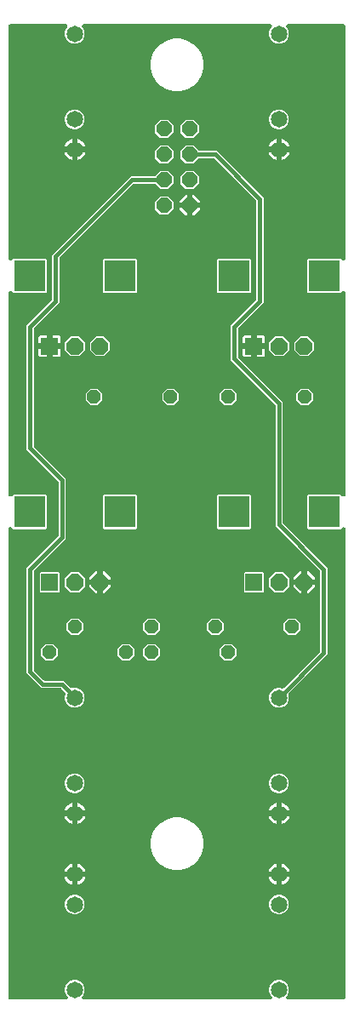
<source format=gbr>
G04 EAGLE Gerber RS-274X export*
G75*
%MOMM*%
%FSLAX34Y34*%
%LPD*%
%INBottom Copper*%
%IPPOS*%
%AMOC8*
5,1,8,0,0,1.08239X$1,22.5*%
G01*
%ADD10P,1.429621X8X22.500000*%
%ADD11C,1.650000*%
%ADD12R,1.676400X1.676400*%
%ADD13P,1.814519X8X292.500000*%
%ADD14R,3.116000X3.116000*%
%ADD15P,1.429621X8X202.500000*%
%ADD16P,1.649562X8X292.500000*%
%ADD17C,0.406400*%

G36*
X67171Y10162D02*
X67171Y10162D01*
X67180Y10161D01*
X67372Y10182D01*
X67562Y10201D01*
X67571Y10203D01*
X67580Y10204D01*
X67762Y10262D01*
X67947Y10319D01*
X67955Y10323D01*
X67964Y10326D01*
X68132Y10419D01*
X68301Y10511D01*
X68308Y10516D01*
X68316Y10521D01*
X68464Y10646D01*
X68611Y10768D01*
X68616Y10775D01*
X68623Y10781D01*
X68743Y10933D01*
X68863Y11082D01*
X68867Y11090D01*
X68873Y11097D01*
X68960Y11270D01*
X69049Y11439D01*
X69051Y11448D01*
X69055Y11456D01*
X69107Y11641D01*
X69160Y11826D01*
X69161Y11835D01*
X69163Y11844D01*
X69177Y12036D01*
X69193Y12228D01*
X69192Y12236D01*
X69192Y12245D01*
X69169Y12435D01*
X69146Y12627D01*
X69143Y12636D01*
X69142Y12645D01*
X69081Y12826D01*
X69021Y13010D01*
X69017Y13018D01*
X69014Y13026D01*
X68918Y13194D01*
X68823Y13361D01*
X68817Y13368D01*
X68813Y13375D01*
X68598Y13628D01*
X67913Y14313D01*
X66425Y17906D01*
X66425Y21794D01*
X67913Y25387D01*
X70663Y28137D01*
X74256Y29625D01*
X78144Y29625D01*
X81737Y28137D01*
X84487Y25387D01*
X85975Y21794D01*
X85975Y17906D01*
X84487Y14313D01*
X83802Y13628D01*
X83796Y13621D01*
X83789Y13616D01*
X83670Y13467D01*
X83547Y13317D01*
X83543Y13309D01*
X83537Y13302D01*
X83449Y13132D01*
X83358Y12961D01*
X83356Y12952D01*
X83351Y12945D01*
X83298Y12760D01*
X83243Y12575D01*
X83243Y12566D01*
X83240Y12558D01*
X83224Y12367D01*
X83207Y12174D01*
X83208Y12165D01*
X83207Y12156D01*
X83229Y11967D01*
X83250Y11774D01*
X83253Y11765D01*
X83254Y11757D01*
X83314Y11574D01*
X83372Y11390D01*
X83376Y11382D01*
X83379Y11374D01*
X83474Y11206D01*
X83567Y11038D01*
X83572Y11031D01*
X83577Y11023D01*
X83703Y10877D01*
X83827Y10731D01*
X83834Y10725D01*
X83840Y10718D01*
X83993Y10600D01*
X84143Y10481D01*
X84151Y10477D01*
X84158Y10472D01*
X84330Y10386D01*
X84502Y10299D01*
X84511Y10296D01*
X84519Y10292D01*
X84704Y10243D01*
X84890Y10191D01*
X84899Y10190D01*
X84907Y10188D01*
X85238Y10161D01*
X270362Y10161D01*
X270371Y10162D01*
X270380Y10161D01*
X270572Y10182D01*
X270762Y10201D01*
X270771Y10203D01*
X270780Y10204D01*
X270962Y10262D01*
X271147Y10319D01*
X271155Y10323D01*
X271164Y10326D01*
X271332Y10419D01*
X271501Y10511D01*
X271508Y10516D01*
X271516Y10521D01*
X271664Y10646D01*
X271811Y10768D01*
X271816Y10775D01*
X271823Y10781D01*
X271943Y10933D01*
X272063Y11082D01*
X272067Y11090D01*
X272073Y11097D01*
X272160Y11270D01*
X272249Y11439D01*
X272251Y11448D01*
X272255Y11456D01*
X272307Y11641D01*
X272360Y11826D01*
X272361Y11835D01*
X272363Y11844D01*
X272377Y12036D01*
X272393Y12228D01*
X272392Y12236D01*
X272392Y12245D01*
X272369Y12435D01*
X272346Y12627D01*
X272343Y12636D01*
X272342Y12645D01*
X272281Y12826D01*
X272221Y13010D01*
X272217Y13018D01*
X272214Y13026D01*
X272118Y13194D01*
X272023Y13361D01*
X272017Y13368D01*
X272013Y13375D01*
X271798Y13628D01*
X271113Y14313D01*
X269625Y17906D01*
X269625Y21794D01*
X271113Y25387D01*
X273863Y28137D01*
X277456Y29625D01*
X281344Y29625D01*
X284937Y28137D01*
X287687Y25387D01*
X289175Y21794D01*
X289175Y17906D01*
X287687Y14313D01*
X287002Y13628D01*
X286996Y13621D01*
X286989Y13616D01*
X286870Y13467D01*
X286747Y13317D01*
X286743Y13309D01*
X286737Y13302D01*
X286649Y13132D01*
X286558Y12961D01*
X286556Y12952D01*
X286551Y12945D01*
X286498Y12760D01*
X286443Y12575D01*
X286443Y12566D01*
X286440Y12558D01*
X286424Y12367D01*
X286407Y12174D01*
X286408Y12165D01*
X286407Y12156D01*
X286429Y11967D01*
X286450Y11774D01*
X286453Y11765D01*
X286454Y11757D01*
X286514Y11574D01*
X286572Y11390D01*
X286576Y11382D01*
X286579Y11374D01*
X286674Y11206D01*
X286767Y11038D01*
X286772Y11031D01*
X286777Y11023D01*
X286903Y10877D01*
X287027Y10731D01*
X287034Y10725D01*
X287040Y10718D01*
X287193Y10600D01*
X287343Y10481D01*
X287351Y10477D01*
X287358Y10472D01*
X287530Y10386D01*
X287702Y10299D01*
X287711Y10296D01*
X287719Y10292D01*
X287904Y10243D01*
X288090Y10191D01*
X288099Y10190D01*
X288107Y10188D01*
X288438Y10161D01*
X343408Y10161D01*
X343426Y10163D01*
X343444Y10161D01*
X343626Y10182D01*
X343809Y10201D01*
X343826Y10206D01*
X343843Y10208D01*
X344018Y10265D01*
X344194Y10319D01*
X344209Y10327D01*
X344226Y10333D01*
X344386Y10423D01*
X344548Y10511D01*
X344561Y10522D01*
X344577Y10531D01*
X344716Y10651D01*
X344857Y10768D01*
X344868Y10782D01*
X344882Y10794D01*
X344994Y10939D01*
X345109Y11082D01*
X345117Y11098D01*
X345128Y11112D01*
X345210Y11277D01*
X345295Y11439D01*
X345300Y11456D01*
X345308Y11472D01*
X345355Y11651D01*
X345406Y11826D01*
X345408Y11844D01*
X345412Y11861D01*
X345439Y12192D01*
X345439Y478119D01*
X345438Y478128D01*
X345439Y478137D01*
X345418Y478329D01*
X345399Y478520D01*
X345397Y478528D01*
X345396Y478537D01*
X345338Y478719D01*
X345281Y478905D01*
X345277Y478913D01*
X345274Y478921D01*
X345181Y479089D01*
X345089Y479259D01*
X345084Y479265D01*
X345079Y479273D01*
X344954Y479421D01*
X344832Y479568D01*
X344825Y479573D01*
X344819Y479580D01*
X344667Y479700D01*
X344518Y479820D01*
X344510Y479824D01*
X344503Y479830D01*
X344331Y479917D01*
X344161Y480006D01*
X344152Y480008D01*
X344144Y480012D01*
X343958Y480064D01*
X343774Y480117D01*
X343765Y480118D01*
X343756Y480120D01*
X343564Y480134D01*
X343372Y480150D01*
X343364Y480149D01*
X343355Y480150D01*
X343162Y480125D01*
X342973Y480103D01*
X342964Y480100D01*
X342955Y480099D01*
X342772Y480038D01*
X342590Y479978D01*
X342582Y479974D01*
X342574Y479971D01*
X342408Y479876D01*
X342239Y479780D01*
X342232Y479775D01*
X342225Y479770D01*
X341972Y479555D01*
X340612Y478195D01*
X308188Y478195D01*
X307295Y479088D01*
X307295Y511512D01*
X308188Y512405D01*
X340612Y512405D01*
X341972Y511045D01*
X341979Y511039D01*
X341984Y511032D01*
X342134Y510912D01*
X342283Y510790D01*
X342291Y510785D01*
X342298Y510780D01*
X342468Y510691D01*
X342639Y510601D01*
X342648Y510598D01*
X342655Y510594D01*
X342840Y510541D01*
X343025Y510486D01*
X343034Y510485D01*
X343042Y510483D01*
X343233Y510467D01*
X343426Y510450D01*
X343435Y510451D01*
X343444Y510450D01*
X343633Y510472D01*
X343826Y510493D01*
X343835Y510496D01*
X343843Y510497D01*
X344025Y510556D01*
X344210Y510615D01*
X344218Y510619D01*
X344226Y510622D01*
X344393Y510716D01*
X344562Y510809D01*
X344569Y510815D01*
X344577Y510820D01*
X344722Y510945D01*
X344869Y511070D01*
X344875Y511077D01*
X344882Y511083D01*
X344998Y511233D01*
X345119Y511386D01*
X345123Y511394D01*
X345128Y511401D01*
X345214Y511572D01*
X345301Y511745D01*
X345304Y511753D01*
X345308Y511761D01*
X345358Y511947D01*
X345409Y512133D01*
X345410Y512142D01*
X345412Y512150D01*
X345439Y512481D01*
X345439Y713069D01*
X345438Y713078D01*
X345439Y713087D01*
X345418Y713279D01*
X345399Y713470D01*
X345397Y713478D01*
X345396Y713487D01*
X345338Y713669D01*
X345281Y713855D01*
X345277Y713863D01*
X345274Y713871D01*
X345181Y714039D01*
X345089Y714209D01*
X345084Y714215D01*
X345079Y714223D01*
X344954Y714371D01*
X344832Y714518D01*
X344825Y714523D01*
X344819Y714530D01*
X344667Y714650D01*
X344518Y714770D01*
X344510Y714774D01*
X344503Y714780D01*
X344331Y714867D01*
X344161Y714956D01*
X344152Y714958D01*
X344144Y714962D01*
X343958Y715014D01*
X343774Y715067D01*
X343765Y715068D01*
X343756Y715070D01*
X343564Y715084D01*
X343372Y715100D01*
X343364Y715099D01*
X343355Y715100D01*
X343162Y715075D01*
X342973Y715053D01*
X342964Y715050D01*
X342955Y715049D01*
X342772Y714988D01*
X342590Y714928D01*
X342582Y714924D01*
X342574Y714921D01*
X342408Y714826D01*
X342239Y714730D01*
X342232Y714725D01*
X342225Y714720D01*
X341972Y714505D01*
X340612Y713145D01*
X308188Y713145D01*
X307295Y714038D01*
X307295Y746462D01*
X308188Y747355D01*
X340612Y747355D01*
X341972Y745995D01*
X341979Y745989D01*
X341984Y745982D01*
X342134Y745862D01*
X342283Y745740D01*
X342291Y745735D01*
X342298Y745730D01*
X342468Y745641D01*
X342639Y745551D01*
X342648Y745548D01*
X342655Y745544D01*
X342840Y745491D01*
X343025Y745436D01*
X343034Y745435D01*
X343042Y745433D01*
X343233Y745417D01*
X343426Y745400D01*
X343435Y745401D01*
X343444Y745400D01*
X343633Y745422D01*
X343826Y745443D01*
X343835Y745446D01*
X343843Y745447D01*
X344025Y745506D01*
X344210Y745565D01*
X344218Y745569D01*
X344226Y745572D01*
X344393Y745666D01*
X344562Y745759D01*
X344569Y745765D01*
X344577Y745770D01*
X344722Y745895D01*
X344869Y746020D01*
X344875Y746027D01*
X344882Y746033D01*
X344998Y746183D01*
X345119Y746336D01*
X345123Y746344D01*
X345128Y746351D01*
X345214Y746522D01*
X345301Y746695D01*
X345304Y746703D01*
X345308Y746711D01*
X345357Y746897D01*
X345409Y747083D01*
X345410Y747092D01*
X345412Y747100D01*
X345439Y747431D01*
X345439Y978405D01*
X345437Y978423D01*
X345439Y978441D01*
X345417Y978623D01*
X345399Y978805D01*
X345394Y978823D01*
X345392Y978841D01*
X345335Y979014D01*
X345281Y979190D01*
X345273Y979206D01*
X345267Y979223D01*
X345177Y979383D01*
X345089Y979544D01*
X345078Y979558D01*
X345069Y979574D01*
X344949Y979712D01*
X344832Y979853D01*
X344818Y979865D01*
X344806Y979879D01*
X344661Y979991D01*
X344518Y980106D01*
X344502Y980114D01*
X344488Y980125D01*
X344323Y980207D01*
X344161Y980291D01*
X344143Y980296D01*
X344127Y980304D01*
X343950Y980352D01*
X343774Y980403D01*
X343756Y980404D01*
X343738Y980409D01*
X343407Y980436D01*
X288456Y980420D01*
X288448Y980420D01*
X288439Y980420D01*
X288248Y980400D01*
X288056Y980380D01*
X288047Y980378D01*
X288039Y980377D01*
X287858Y980320D01*
X287671Y980262D01*
X287663Y980258D01*
X287655Y980255D01*
X287487Y980162D01*
X287317Y980070D01*
X287310Y980065D01*
X287303Y980061D01*
X287155Y979935D01*
X287008Y979812D01*
X287002Y979806D01*
X286996Y979800D01*
X286875Y979647D01*
X286756Y979499D01*
X286752Y979491D01*
X286746Y979484D01*
X286658Y979311D01*
X286570Y979141D01*
X286568Y979133D01*
X286564Y979125D01*
X286512Y978939D01*
X286459Y978754D01*
X286458Y978746D01*
X286456Y978737D01*
X286442Y978545D01*
X286426Y978353D01*
X286427Y978344D01*
X286426Y978336D01*
X286451Y978145D01*
X286473Y977953D01*
X286476Y977945D01*
X286477Y977936D01*
X286538Y977754D01*
X286598Y977570D01*
X286602Y977563D01*
X286605Y977555D01*
X286702Y977386D01*
X286796Y977220D01*
X286802Y977213D01*
X286806Y977206D01*
X287021Y976953D01*
X287687Y976287D01*
X289175Y972694D01*
X289175Y968806D01*
X287687Y965213D01*
X284937Y962463D01*
X281344Y960975D01*
X277456Y960975D01*
X273863Y962463D01*
X271113Y965213D01*
X269625Y968806D01*
X269625Y972694D01*
X271113Y976287D01*
X271774Y976948D01*
X271780Y976955D01*
X271787Y976961D01*
X271906Y977109D01*
X272029Y977259D01*
X272034Y977267D01*
X272039Y977275D01*
X272127Y977444D01*
X272218Y977615D01*
X272221Y977624D01*
X272225Y977632D01*
X272278Y977816D01*
X272333Y978001D01*
X272334Y978010D01*
X272336Y978019D01*
X272352Y978209D01*
X272369Y978402D01*
X272368Y978411D01*
X272369Y978420D01*
X272346Y978610D01*
X272326Y978802D01*
X272323Y978811D01*
X272322Y978820D01*
X272262Y979002D01*
X272204Y979186D01*
X272200Y979194D01*
X272197Y979203D01*
X272103Y979369D01*
X272009Y979538D01*
X272003Y979545D01*
X271999Y979553D01*
X271874Y979698D01*
X271749Y979845D01*
X271742Y979851D01*
X271736Y979858D01*
X271583Y979976D01*
X271433Y980095D01*
X271425Y980099D01*
X271417Y980105D01*
X271246Y980190D01*
X271074Y980277D01*
X271065Y980280D01*
X271057Y980284D01*
X270872Y980333D01*
X270686Y980385D01*
X270677Y980386D01*
X270668Y980388D01*
X270337Y980415D01*
X85314Y980363D01*
X85305Y980362D01*
X85296Y980363D01*
X85105Y980342D01*
X84913Y980323D01*
X84905Y980321D01*
X84896Y980320D01*
X84714Y980262D01*
X84528Y980205D01*
X84520Y980201D01*
X84512Y980198D01*
X84343Y980105D01*
X84174Y980013D01*
X84168Y980008D01*
X84160Y980003D01*
X84012Y979878D01*
X83865Y979755D01*
X83860Y979749D01*
X83853Y979743D01*
X83732Y979590D01*
X83613Y979441D01*
X83609Y979434D01*
X83603Y979427D01*
X83515Y979254D01*
X83427Y979084D01*
X83425Y979076D01*
X83421Y979068D01*
X83369Y978880D01*
X83316Y978697D01*
X83315Y978689D01*
X83313Y978680D01*
X83299Y978487D01*
X83283Y978296D01*
X83284Y978287D01*
X83284Y978279D01*
X83308Y978088D01*
X83330Y977896D01*
X83333Y977888D01*
X83334Y977879D01*
X83396Y977696D01*
X83455Y977513D01*
X83459Y977506D01*
X83462Y977498D01*
X83559Y977329D01*
X83653Y977163D01*
X83659Y977156D01*
X83663Y977149D01*
X83878Y976896D01*
X84487Y976287D01*
X85975Y972694D01*
X85975Y968806D01*
X84487Y965213D01*
X81737Y962463D01*
X78144Y960975D01*
X74256Y960975D01*
X70663Y962463D01*
X67913Y965213D01*
X66425Y968806D01*
X66425Y972694D01*
X67913Y976287D01*
X68517Y976891D01*
X68523Y976898D01*
X68530Y976904D01*
X68649Y977052D01*
X68772Y977202D01*
X68777Y977210D01*
X68782Y977217D01*
X68870Y977386D01*
X68961Y977558D01*
X68963Y977567D01*
X68968Y977575D01*
X69020Y977758D01*
X69076Y977944D01*
X69076Y977953D01*
X69079Y977962D01*
X69094Y978152D01*
X69112Y978345D01*
X69111Y978354D01*
X69112Y978363D01*
X69089Y978553D01*
X69069Y978745D01*
X69066Y978754D01*
X69065Y978763D01*
X69005Y978945D01*
X68947Y979129D01*
X68943Y979137D01*
X68940Y979146D01*
X68845Y979313D01*
X68752Y979481D01*
X68746Y979488D01*
X68742Y979496D01*
X68616Y979642D01*
X68492Y979788D01*
X68484Y979794D01*
X68478Y979801D01*
X68326Y979919D01*
X68176Y980038D01*
X68168Y980042D01*
X68160Y980048D01*
X67988Y980133D01*
X67817Y980220D01*
X67808Y980223D01*
X67800Y980227D01*
X67614Y980277D01*
X67429Y980328D01*
X67420Y980329D01*
X67411Y980331D01*
X67080Y980358D01*
X12191Y980343D01*
X12174Y980341D01*
X12156Y980342D01*
X11974Y980321D01*
X11791Y980303D01*
X11774Y980298D01*
X11757Y980295D01*
X11582Y980239D01*
X11406Y980184D01*
X11390Y980176D01*
X11374Y980171D01*
X11214Y980080D01*
X11052Y979993D01*
X11038Y979981D01*
X11023Y979973D01*
X10884Y979852D01*
X10743Y979735D01*
X10732Y979721D01*
X10718Y979710D01*
X10606Y979564D01*
X10491Y979421D01*
X10482Y979405D01*
X10472Y979391D01*
X10390Y979226D01*
X10305Y979064D01*
X10300Y979047D01*
X10292Y979031D01*
X10244Y978852D01*
X10194Y978677D01*
X10192Y978659D01*
X10188Y978642D01*
X10161Y978311D01*
X10161Y747431D01*
X10162Y747422D01*
X10161Y747413D01*
X10182Y747221D01*
X10201Y747030D01*
X10203Y747022D01*
X10204Y747013D01*
X10262Y746831D01*
X10319Y746645D01*
X10323Y746637D01*
X10326Y746629D01*
X10419Y746461D01*
X10511Y746291D01*
X10516Y746285D01*
X10521Y746277D01*
X10646Y746129D01*
X10768Y745982D01*
X10775Y745977D01*
X10781Y745970D01*
X10933Y745850D01*
X11082Y745730D01*
X11090Y745726D01*
X11097Y745720D01*
X11269Y745633D01*
X11439Y745544D01*
X11448Y745542D01*
X11456Y745538D01*
X11642Y745486D01*
X11826Y745433D01*
X11835Y745432D01*
X11844Y745430D01*
X12036Y745416D01*
X12228Y745400D01*
X12236Y745401D01*
X12245Y745400D01*
X12438Y745425D01*
X12627Y745447D01*
X12636Y745450D01*
X12645Y745451D01*
X12828Y745512D01*
X13010Y745572D01*
X13018Y745576D01*
X13026Y745579D01*
X13192Y745674D01*
X13361Y745770D01*
X13368Y745775D01*
X13375Y745780D01*
X13628Y745995D01*
X14988Y747355D01*
X47412Y747355D01*
X48305Y746462D01*
X48305Y714038D01*
X47412Y713145D01*
X14988Y713145D01*
X13628Y714505D01*
X13621Y714511D01*
X13616Y714518D01*
X13466Y714638D01*
X13317Y714760D01*
X13309Y714765D01*
X13302Y714770D01*
X13132Y714859D01*
X12961Y714949D01*
X12952Y714952D01*
X12945Y714956D01*
X12760Y715009D01*
X12575Y715064D01*
X12566Y715065D01*
X12558Y715067D01*
X12367Y715083D01*
X12174Y715100D01*
X12165Y715099D01*
X12156Y715100D01*
X11967Y715078D01*
X11774Y715057D01*
X11765Y715054D01*
X11757Y715053D01*
X11575Y714994D01*
X11390Y714935D01*
X11382Y714931D01*
X11374Y714928D01*
X11207Y714834D01*
X11038Y714741D01*
X11031Y714735D01*
X11023Y714730D01*
X10878Y714605D01*
X10731Y714480D01*
X10725Y714473D01*
X10718Y714467D01*
X10602Y714317D01*
X10481Y714164D01*
X10477Y714156D01*
X10472Y714149D01*
X10386Y713978D01*
X10299Y713805D01*
X10296Y713797D01*
X10292Y713789D01*
X10242Y713603D01*
X10191Y713417D01*
X10190Y713408D01*
X10188Y713400D01*
X10161Y713069D01*
X10161Y512481D01*
X10162Y512472D01*
X10161Y512463D01*
X10182Y512271D01*
X10201Y512080D01*
X10203Y512072D01*
X10204Y512063D01*
X10262Y511879D01*
X10319Y511695D01*
X10323Y511687D01*
X10326Y511679D01*
X10419Y511511D01*
X10511Y511341D01*
X10516Y511335D01*
X10521Y511327D01*
X10646Y511179D01*
X10768Y511032D01*
X10775Y511027D01*
X10781Y511020D01*
X10933Y510900D01*
X11082Y510780D01*
X11090Y510776D01*
X11097Y510770D01*
X11269Y510683D01*
X11439Y510594D01*
X11448Y510592D01*
X11456Y510588D01*
X11642Y510536D01*
X11826Y510483D01*
X11835Y510482D01*
X11844Y510480D01*
X12036Y510466D01*
X12228Y510450D01*
X12236Y510451D01*
X12245Y510450D01*
X12438Y510475D01*
X12627Y510497D01*
X12636Y510500D01*
X12645Y510501D01*
X12828Y510562D01*
X13010Y510622D01*
X13018Y510626D01*
X13026Y510629D01*
X13192Y510724D01*
X13361Y510820D01*
X13368Y510825D01*
X13375Y510830D01*
X13628Y511045D01*
X14988Y512405D01*
X47412Y512405D01*
X48305Y511512D01*
X48305Y479088D01*
X47412Y478195D01*
X14988Y478195D01*
X13628Y479555D01*
X13621Y479561D01*
X13616Y479568D01*
X13466Y479688D01*
X13317Y479810D01*
X13309Y479815D01*
X13302Y479820D01*
X13132Y479909D01*
X12961Y479999D01*
X12952Y480002D01*
X12945Y480006D01*
X12760Y480059D01*
X12575Y480114D01*
X12566Y480115D01*
X12558Y480117D01*
X12367Y480133D01*
X12174Y480150D01*
X12165Y480149D01*
X12156Y480150D01*
X11967Y480128D01*
X11774Y480107D01*
X11765Y480104D01*
X11757Y480103D01*
X11575Y480044D01*
X11390Y479985D01*
X11382Y479981D01*
X11374Y479978D01*
X11207Y479884D01*
X11038Y479791D01*
X11031Y479785D01*
X11023Y479780D01*
X10878Y479655D01*
X10731Y479530D01*
X10725Y479523D01*
X10718Y479517D01*
X10602Y479367D01*
X10481Y479214D01*
X10477Y479206D01*
X10472Y479199D01*
X10386Y479028D01*
X10299Y478855D01*
X10296Y478847D01*
X10292Y478839D01*
X10242Y478653D01*
X10191Y478467D01*
X10190Y478458D01*
X10188Y478450D01*
X10161Y478119D01*
X10161Y12192D01*
X10163Y12174D01*
X10161Y12156D01*
X10182Y11974D01*
X10201Y11791D01*
X10206Y11774D01*
X10208Y11757D01*
X10265Y11582D01*
X10319Y11406D01*
X10327Y11391D01*
X10333Y11374D01*
X10423Y11214D01*
X10511Y11052D01*
X10522Y11039D01*
X10531Y11023D01*
X10651Y10884D01*
X10768Y10743D01*
X10782Y10732D01*
X10794Y10718D01*
X10939Y10606D01*
X11082Y10491D01*
X11098Y10483D01*
X11112Y10472D01*
X11277Y10390D01*
X11439Y10305D01*
X11456Y10300D01*
X11472Y10292D01*
X11651Y10245D01*
X11826Y10194D01*
X11844Y10192D01*
X11861Y10188D01*
X12192Y10161D01*
X67162Y10161D01*
X67171Y10162D01*
G37*
%LPC*%
G36*
X277456Y300575D02*
X277456Y300575D01*
X273863Y302063D01*
X271113Y304813D01*
X269625Y308406D01*
X269625Y312294D01*
X271113Y315887D01*
X273863Y318637D01*
X274906Y319069D01*
X277456Y320125D01*
X281344Y320125D01*
X282071Y319824D01*
X282092Y319817D01*
X282112Y319807D01*
X282285Y319759D01*
X282456Y319707D01*
X282478Y319705D01*
X282500Y319699D01*
X282680Y319686D01*
X282857Y319669D01*
X282879Y319672D01*
X282901Y319670D01*
X283079Y319692D01*
X283257Y319711D01*
X283279Y319718D01*
X283301Y319720D01*
X283470Y319777D01*
X283642Y319831D01*
X283661Y319841D01*
X283682Y319849D01*
X283838Y319938D01*
X283995Y320024D01*
X284012Y320038D01*
X284031Y320050D01*
X284284Y320264D01*
X319698Y355678D01*
X319715Y355699D01*
X319736Y355717D01*
X319843Y355854D01*
X319953Y355990D01*
X319966Y356013D01*
X319982Y356035D01*
X320060Y356192D01*
X320142Y356346D01*
X320150Y356371D01*
X320162Y356395D01*
X320207Y356565D01*
X320257Y356731D01*
X320259Y356758D01*
X320266Y356784D01*
X320293Y357115D01*
X320293Y435835D01*
X320291Y435862D01*
X320293Y435889D01*
X320271Y436063D01*
X320253Y436236D01*
X320246Y436261D01*
X320242Y436288D01*
X320187Y436454D01*
X320135Y436621D01*
X320122Y436644D01*
X320114Y436670D01*
X320027Y436821D01*
X319943Y436975D01*
X319926Y436995D01*
X319913Y437019D01*
X319698Y437272D01*
X275843Y481127D01*
X275843Y600935D01*
X275841Y600962D01*
X275843Y600989D01*
X275821Y601163D01*
X275803Y601336D01*
X275796Y601361D01*
X275792Y601388D01*
X275737Y601554D01*
X275685Y601721D01*
X275672Y601744D01*
X275664Y601770D01*
X275577Y601921D01*
X275493Y602075D01*
X275476Y602095D01*
X275463Y602119D01*
X275248Y602372D01*
X231393Y646227D01*
X231393Y680923D01*
X256198Y705728D01*
X256215Y705749D01*
X256236Y705767D01*
X256343Y705904D01*
X256453Y706040D01*
X256466Y706063D01*
X256482Y706085D01*
X256560Y706242D01*
X256642Y706396D01*
X256650Y706421D01*
X256662Y706445D01*
X256707Y706615D01*
X256757Y706781D01*
X256759Y706808D01*
X256766Y706834D01*
X256793Y707165D01*
X256793Y804135D01*
X256791Y804162D01*
X256793Y804189D01*
X256771Y804363D01*
X256753Y804536D01*
X256746Y804561D01*
X256742Y804588D01*
X256687Y804754D01*
X256635Y804921D01*
X256622Y804944D01*
X256614Y804970D01*
X256527Y805121D01*
X256443Y805275D01*
X256426Y805295D01*
X256413Y805319D01*
X256198Y805572D01*
X215022Y846748D01*
X215001Y846765D01*
X214983Y846786D01*
X214846Y846893D01*
X214710Y847003D01*
X214687Y847016D01*
X214665Y847032D01*
X214508Y847110D01*
X214354Y847192D01*
X214329Y847200D01*
X214305Y847212D01*
X214135Y847257D01*
X213969Y847307D01*
X213942Y847309D01*
X213916Y847316D01*
X213585Y847343D01*
X200717Y847343D01*
X200691Y847341D01*
X200664Y847343D01*
X200490Y847321D01*
X200317Y847303D01*
X200291Y847296D01*
X200264Y847292D01*
X200099Y847237D01*
X199932Y847185D01*
X199908Y847172D01*
X199883Y847164D01*
X199731Y847077D01*
X199578Y846993D01*
X199557Y846976D01*
X199534Y846963D01*
X199281Y846748D01*
X194288Y841755D01*
X186712Y841755D01*
X181355Y847112D01*
X181355Y854688D01*
X186712Y860045D01*
X194288Y860045D01*
X199281Y855052D01*
X199302Y855035D01*
X199319Y855014D01*
X199457Y854907D01*
X199592Y854797D01*
X199616Y854784D01*
X199637Y854768D01*
X199794Y854690D01*
X199948Y854608D01*
X199974Y854600D01*
X199998Y854588D01*
X200167Y854543D01*
X200334Y854493D01*
X200361Y854491D01*
X200387Y854484D01*
X200717Y854457D01*
X217373Y854457D01*
X263907Y807923D01*
X263907Y703377D01*
X239102Y678572D01*
X239085Y678551D01*
X239064Y678533D01*
X238957Y678396D01*
X238847Y678260D01*
X238834Y678237D01*
X238818Y678215D01*
X238740Y678058D01*
X238658Y677904D01*
X238650Y677879D01*
X238638Y677855D01*
X238593Y677685D01*
X238543Y677519D01*
X238541Y677492D01*
X238534Y677466D01*
X238507Y677135D01*
X238507Y650015D01*
X238509Y649988D01*
X238507Y649961D01*
X238529Y649787D01*
X238547Y649614D01*
X238554Y649589D01*
X238558Y649562D01*
X238613Y649396D01*
X238665Y649229D01*
X238678Y649206D01*
X238686Y649180D01*
X238773Y649029D01*
X238857Y648875D01*
X238874Y648855D01*
X238887Y648831D01*
X239102Y648578D01*
X282957Y604723D01*
X282957Y484915D01*
X282959Y484888D01*
X282957Y484861D01*
X282979Y484687D01*
X282997Y484514D01*
X283004Y484489D01*
X283008Y484462D01*
X283063Y484296D01*
X283115Y484129D01*
X283128Y484106D01*
X283136Y484080D01*
X283223Y483929D01*
X283307Y483775D01*
X283324Y483755D01*
X283337Y483731D01*
X283552Y483478D01*
X327407Y439623D01*
X327407Y353327D01*
X324728Y350648D01*
X289314Y315234D01*
X289300Y315217D01*
X289283Y315202D01*
X289173Y315061D01*
X289059Y314923D01*
X289049Y314903D01*
X289035Y314885D01*
X288954Y314725D01*
X288871Y314567D01*
X288864Y314546D01*
X288854Y314526D01*
X288807Y314352D01*
X288756Y314181D01*
X288754Y314159D01*
X288748Y314137D01*
X288736Y313959D01*
X288719Y313780D01*
X288722Y313758D01*
X288720Y313736D01*
X288743Y313559D01*
X288763Y313380D01*
X288769Y313359D01*
X288772Y313336D01*
X288874Y313021D01*
X289175Y312294D01*
X289175Y308406D01*
X287687Y304813D01*
X284937Y302063D01*
X281344Y300575D01*
X277456Y300575D01*
G37*
%LPD*%
%LPC*%
G36*
X74256Y300575D02*
X74256Y300575D01*
X70663Y302063D01*
X67913Y304813D01*
X66425Y308406D01*
X66425Y312294D01*
X66960Y313586D01*
X66967Y313608D01*
X66977Y313628D01*
X67025Y313800D01*
X67077Y313972D01*
X67079Y313994D01*
X67085Y314015D01*
X67098Y314195D01*
X67115Y314372D01*
X67113Y314395D01*
X67114Y314417D01*
X67092Y314595D01*
X67073Y314773D01*
X67067Y314794D01*
X67064Y314816D01*
X67007Y314986D01*
X66954Y315157D01*
X66943Y315177D01*
X66936Y315198D01*
X66846Y315353D01*
X66760Y315511D01*
X66746Y315528D01*
X66735Y315547D01*
X66520Y315800D01*
X62622Y319698D01*
X62601Y319715D01*
X62583Y319736D01*
X62446Y319842D01*
X62310Y319953D01*
X62286Y319966D01*
X62265Y319982D01*
X62109Y320060D01*
X61954Y320142D01*
X61929Y320150D01*
X61905Y320162D01*
X61736Y320207D01*
X61569Y320257D01*
X61542Y320259D01*
X61516Y320266D01*
X61185Y320293D01*
X42977Y320293D01*
X28193Y335077D01*
X28193Y439623D01*
X59348Y470778D01*
X59365Y470799D01*
X59386Y470817D01*
X59493Y470954D01*
X59603Y471090D01*
X59616Y471113D01*
X59632Y471135D01*
X59710Y471292D01*
X59792Y471446D01*
X59800Y471471D01*
X59812Y471495D01*
X59857Y471665D01*
X59907Y471831D01*
X59909Y471858D01*
X59916Y471884D01*
X59943Y472215D01*
X59943Y524735D01*
X59941Y524762D01*
X59943Y524789D01*
X59921Y524963D01*
X59903Y525136D01*
X59896Y525161D01*
X59892Y525188D01*
X59837Y525354D01*
X59785Y525521D01*
X59772Y525544D01*
X59764Y525570D01*
X59677Y525721D01*
X59593Y525875D01*
X59576Y525895D01*
X59563Y525919D01*
X59348Y526172D01*
X28193Y557327D01*
X28193Y680923D01*
X30871Y683601D01*
X30872Y683602D01*
X52998Y705728D01*
X53015Y705749D01*
X53036Y705766D01*
X53143Y705904D01*
X53253Y706040D01*
X53266Y706063D01*
X53282Y706085D01*
X53360Y706242D01*
X53442Y706396D01*
X53450Y706421D01*
X53462Y706445D01*
X53507Y706615D01*
X53557Y706781D01*
X53559Y706808D01*
X53566Y706834D01*
X53593Y707165D01*
X53593Y750773D01*
X131877Y829057D01*
X154883Y829057D01*
X154909Y829059D01*
X154936Y829057D01*
X155110Y829079D01*
X155283Y829097D01*
X155309Y829104D01*
X155336Y829108D01*
X155501Y829163D01*
X155668Y829215D01*
X155692Y829228D01*
X155717Y829236D01*
X155869Y829323D01*
X156022Y829407D01*
X156043Y829424D01*
X156066Y829437D01*
X156319Y829652D01*
X161312Y834645D01*
X168888Y834645D01*
X174245Y829288D01*
X174245Y821712D01*
X168888Y816355D01*
X161312Y816355D01*
X156319Y821348D01*
X156298Y821365D01*
X156281Y821386D01*
X156143Y821493D01*
X156008Y821603D01*
X155984Y821616D01*
X155963Y821632D01*
X155806Y821710D01*
X155652Y821792D01*
X155626Y821800D01*
X155602Y821812D01*
X155433Y821857D01*
X155266Y821907D01*
X155239Y821909D01*
X155213Y821916D01*
X154883Y821943D01*
X135665Y821943D01*
X135638Y821941D01*
X135611Y821943D01*
X135437Y821921D01*
X135264Y821903D01*
X135239Y821896D01*
X135212Y821892D01*
X135046Y821837D01*
X134879Y821785D01*
X134856Y821772D01*
X134830Y821764D01*
X134679Y821677D01*
X134525Y821593D01*
X134505Y821576D01*
X134481Y821563D01*
X134228Y821348D01*
X61302Y748422D01*
X61285Y748401D01*
X61264Y748383D01*
X61157Y748246D01*
X61047Y748110D01*
X61034Y748087D01*
X61018Y748065D01*
X60940Y747908D01*
X60858Y747754D01*
X60850Y747729D01*
X60838Y747705D01*
X60793Y747535D01*
X60743Y747369D01*
X60741Y747342D01*
X60734Y747316D01*
X60707Y746985D01*
X60707Y703377D01*
X58029Y700699D01*
X58028Y700698D01*
X35902Y678572D01*
X35885Y678551D01*
X35864Y678534D01*
X35757Y678396D01*
X35647Y678260D01*
X35634Y678237D01*
X35618Y678215D01*
X35540Y678058D01*
X35458Y677904D01*
X35450Y677879D01*
X35438Y677855D01*
X35393Y677685D01*
X35343Y677519D01*
X35341Y677492D01*
X35334Y677466D01*
X35307Y677135D01*
X35307Y561115D01*
X35309Y561088D01*
X35307Y561061D01*
X35329Y560887D01*
X35347Y560714D01*
X35354Y560689D01*
X35358Y560662D01*
X35413Y560496D01*
X35465Y560329D01*
X35478Y560306D01*
X35486Y560280D01*
X35573Y560129D01*
X35657Y559975D01*
X35674Y559955D01*
X35687Y559931D01*
X35902Y559678D01*
X67057Y528523D01*
X67057Y468427D01*
X35902Y437272D01*
X35885Y437251D01*
X35864Y437233D01*
X35757Y437096D01*
X35647Y436960D01*
X35634Y436937D01*
X35618Y436915D01*
X35540Y436758D01*
X35458Y436604D01*
X35450Y436579D01*
X35438Y436555D01*
X35393Y436385D01*
X35343Y436219D01*
X35341Y436192D01*
X35334Y436166D01*
X35307Y435835D01*
X35307Y338865D01*
X35309Y338838D01*
X35307Y338811D01*
X35329Y338637D01*
X35347Y338464D01*
X35354Y338439D01*
X35358Y338412D01*
X35413Y338246D01*
X35465Y338079D01*
X35478Y338056D01*
X35486Y338030D01*
X35573Y337879D01*
X35657Y337725D01*
X35674Y337705D01*
X35687Y337681D01*
X35902Y337428D01*
X45328Y328002D01*
X45349Y327985D01*
X45367Y327964D01*
X45504Y327857D01*
X45640Y327747D01*
X45663Y327734D01*
X45685Y327718D01*
X45842Y327640D01*
X45996Y327558D01*
X46021Y327550D01*
X46045Y327538D01*
X46215Y327493D01*
X46381Y327443D01*
X46408Y327441D01*
X46434Y327434D01*
X46765Y327407D01*
X64973Y327407D01*
X67652Y324728D01*
X70864Y321516D01*
X70875Y321507D01*
X70881Y321500D01*
X70931Y321461D01*
X70994Y321410D01*
X71120Y321299D01*
X71149Y321282D01*
X71175Y321261D01*
X71324Y321182D01*
X71350Y321168D01*
X71848Y320606D01*
X71909Y320551D01*
X71962Y320488D01*
X72056Y320414D01*
X72144Y320333D01*
X72214Y320290D01*
X72279Y320240D01*
X72386Y320186D01*
X72488Y320124D01*
X72565Y320096D01*
X72639Y320059D01*
X72754Y320027D01*
X72866Y319987D01*
X72948Y319974D01*
X73027Y319952D01*
X73146Y319944D01*
X73264Y319927D01*
X73347Y319931D01*
X73429Y319925D01*
X73547Y319940D01*
X73667Y319946D01*
X73747Y319966D01*
X73828Y319977D01*
X73973Y320024D01*
X74057Y320045D01*
X74094Y320062D01*
X74144Y320079D01*
X74256Y320125D01*
X78144Y320125D01*
X81737Y318637D01*
X84487Y315887D01*
X85975Y312294D01*
X85975Y308406D01*
X84487Y304813D01*
X81737Y302063D01*
X78144Y300575D01*
X74256Y300575D01*
G37*
%LPD*%
%LPC*%
G36*
X174356Y913637D02*
X174356Y913637D01*
X167702Y915420D01*
X161736Y918865D01*
X156865Y923736D01*
X153420Y929702D01*
X151637Y936356D01*
X151637Y943244D01*
X153420Y949898D01*
X156865Y955864D01*
X161736Y960735D01*
X167702Y964180D01*
X174356Y965963D01*
X181244Y965963D01*
X187898Y964180D01*
X193864Y960735D01*
X198735Y955864D01*
X202180Y949898D01*
X203963Y943244D01*
X203963Y936356D01*
X202180Y929702D01*
X198735Y923736D01*
X193864Y918865D01*
X187898Y915420D01*
X181244Y913637D01*
X174356Y913637D01*
G37*
%LPD*%
%LPC*%
G36*
X174356Y138937D02*
X174356Y138937D01*
X167702Y140720D01*
X161736Y144165D01*
X156865Y149036D01*
X153420Y155002D01*
X151637Y161656D01*
X151637Y168544D01*
X153420Y175198D01*
X156865Y181164D01*
X161736Y186035D01*
X167702Y189480D01*
X174356Y191263D01*
X181244Y191263D01*
X187898Y189480D01*
X193864Y186035D01*
X198735Y181164D01*
X202180Y175198D01*
X203963Y168544D01*
X203963Y161656D01*
X202180Y155002D01*
X198735Y149036D01*
X193864Y144165D01*
X187898Y140720D01*
X181244Y138937D01*
X174356Y138937D01*
G37*
%LPD*%
%LPC*%
G36*
X104988Y478195D02*
X104988Y478195D01*
X104095Y479088D01*
X104095Y511512D01*
X104988Y512405D01*
X137412Y512405D01*
X138305Y511512D01*
X138305Y479088D01*
X137412Y478195D01*
X104988Y478195D01*
G37*
%LPD*%
%LPC*%
G36*
X218188Y713145D02*
X218188Y713145D01*
X217295Y714038D01*
X217295Y746462D01*
X218188Y747355D01*
X250612Y747355D01*
X251505Y746462D01*
X251505Y714038D01*
X250612Y713145D01*
X218188Y713145D01*
G37*
%LPD*%
%LPC*%
G36*
X104988Y713145D02*
X104988Y713145D01*
X104095Y714038D01*
X104095Y746462D01*
X104988Y747355D01*
X137412Y747355D01*
X138305Y746462D01*
X138305Y714038D01*
X137412Y713145D01*
X104988Y713145D01*
G37*
%LPD*%
%LPC*%
G36*
X218188Y478195D02*
X218188Y478195D01*
X217295Y479088D01*
X217295Y511512D01*
X218188Y512405D01*
X250612Y512405D01*
X251505Y511512D01*
X251505Y479088D01*
X250612Y478195D01*
X218188Y478195D01*
G37*
%LPD*%
%LPC*%
G36*
X245386Y415393D02*
X245386Y415393D01*
X244493Y416286D01*
X244493Y434314D01*
X245386Y435207D01*
X263414Y435207D01*
X264307Y434314D01*
X264307Y416286D01*
X263414Y415393D01*
X245386Y415393D01*
G37*
%LPD*%
%LPC*%
G36*
X42186Y415393D02*
X42186Y415393D01*
X41293Y416286D01*
X41293Y434314D01*
X42186Y435207D01*
X60214Y435207D01*
X61107Y434314D01*
X61107Y416286D01*
X60214Y415393D01*
X42186Y415393D01*
G37*
%LPD*%
%LPC*%
G36*
X275297Y415393D02*
X275297Y415393D01*
X269493Y421197D01*
X269493Y429403D01*
X275297Y435207D01*
X283503Y435207D01*
X289307Y429403D01*
X289307Y421197D01*
X283503Y415393D01*
X275297Y415393D01*
G37*
%LPD*%
%LPC*%
G36*
X97097Y650343D02*
X97097Y650343D01*
X91293Y656147D01*
X91293Y664353D01*
X97097Y670157D01*
X105303Y670157D01*
X111107Y664353D01*
X111107Y656147D01*
X105303Y650343D01*
X97097Y650343D01*
G37*
%LPD*%
%LPC*%
G36*
X275297Y650343D02*
X275297Y650343D01*
X269493Y656147D01*
X269493Y664353D01*
X275297Y670157D01*
X283503Y670157D01*
X289307Y664353D01*
X289307Y656147D01*
X283503Y650343D01*
X275297Y650343D01*
G37*
%LPD*%
%LPC*%
G36*
X300297Y650343D02*
X300297Y650343D01*
X294493Y656147D01*
X294493Y664353D01*
X300297Y670157D01*
X308503Y670157D01*
X314307Y664353D01*
X314307Y656147D01*
X308503Y650343D01*
X300297Y650343D01*
G37*
%LPD*%
%LPC*%
G36*
X72097Y415393D02*
X72097Y415393D01*
X66293Y421197D01*
X66293Y429403D01*
X72097Y435207D01*
X80303Y435207D01*
X86107Y429403D01*
X86107Y421197D01*
X80303Y415393D01*
X72097Y415393D01*
G37*
%LPD*%
%LPC*%
G36*
X72097Y650343D02*
X72097Y650343D01*
X66293Y656147D01*
X66293Y664353D01*
X72097Y670157D01*
X80303Y670157D01*
X86107Y664353D01*
X86107Y656147D01*
X80303Y650343D01*
X72097Y650343D01*
G37*
%LPD*%
%LPC*%
G36*
X74256Y95075D02*
X74256Y95075D01*
X70663Y96563D01*
X67913Y99313D01*
X66425Y102906D01*
X66425Y106794D01*
X67913Y110387D01*
X70663Y113137D01*
X74256Y114625D01*
X78144Y114625D01*
X81737Y113137D01*
X84487Y110387D01*
X85975Y106794D01*
X85975Y102906D01*
X84487Y99313D01*
X81737Y96563D01*
X78144Y95075D01*
X74256Y95075D01*
G37*
%LPD*%
%LPC*%
G36*
X277456Y95075D02*
X277456Y95075D01*
X273863Y96563D01*
X271113Y99313D01*
X269625Y102906D01*
X269625Y106794D01*
X271113Y110387D01*
X273863Y113137D01*
X277456Y114625D01*
X281344Y114625D01*
X284937Y113137D01*
X287687Y110387D01*
X289175Y106794D01*
X289175Y102906D01*
X287687Y99313D01*
X284937Y96563D01*
X281344Y95075D01*
X277456Y95075D01*
G37*
%LPD*%
%LPC*%
G36*
X74256Y215575D02*
X74256Y215575D01*
X70663Y217063D01*
X67913Y219813D01*
X66425Y223406D01*
X66425Y227294D01*
X67913Y230887D01*
X70663Y233637D01*
X70952Y233756D01*
X74256Y235125D01*
X78144Y235125D01*
X81737Y233637D01*
X84487Y230887D01*
X85975Y227294D01*
X85975Y223406D01*
X84487Y219813D01*
X81737Y217063D01*
X78144Y215575D01*
X74256Y215575D01*
G37*
%LPD*%
%LPC*%
G36*
X277456Y215575D02*
X277456Y215575D01*
X273863Y217063D01*
X271113Y219813D01*
X269625Y223406D01*
X269625Y227294D01*
X271113Y230887D01*
X273863Y233637D01*
X274152Y233756D01*
X277456Y235125D01*
X281344Y235125D01*
X284937Y233637D01*
X287687Y230887D01*
X289175Y227294D01*
X289175Y223406D01*
X287687Y219813D01*
X284937Y217063D01*
X281344Y215575D01*
X277456Y215575D01*
G37*
%LPD*%
%LPC*%
G36*
X74256Y875975D02*
X74256Y875975D01*
X70663Y877463D01*
X67913Y880213D01*
X66425Y883806D01*
X66425Y887694D01*
X67913Y891287D01*
X70663Y894037D01*
X74256Y895525D01*
X78144Y895525D01*
X81737Y894037D01*
X84487Y891287D01*
X85975Y887694D01*
X85975Y883806D01*
X84487Y880213D01*
X81737Y877463D01*
X81455Y877346D01*
X78144Y875975D01*
X74256Y875975D01*
G37*
%LPD*%
%LPC*%
G36*
X277456Y875975D02*
X277456Y875975D01*
X273863Y877463D01*
X271113Y880213D01*
X269625Y883806D01*
X269625Y887694D01*
X271113Y891287D01*
X273863Y894037D01*
X277456Y895525D01*
X281344Y895525D01*
X284937Y894037D01*
X287687Y891287D01*
X289175Y887694D01*
X289175Y883806D01*
X287687Y880213D01*
X284937Y877463D01*
X284655Y877346D01*
X281344Y875975D01*
X277456Y875975D01*
G37*
%LPD*%
%LPC*%
G36*
X186712Y867155D02*
X186712Y867155D01*
X181355Y872512D01*
X181355Y880088D01*
X186712Y885445D01*
X194288Y885445D01*
X199645Y880088D01*
X199645Y872512D01*
X194288Y867155D01*
X186712Y867155D01*
G37*
%LPD*%
%LPC*%
G36*
X161312Y841755D02*
X161312Y841755D01*
X155955Y847112D01*
X155955Y854688D01*
X161312Y860045D01*
X168888Y860045D01*
X174245Y854688D01*
X174245Y847112D01*
X168888Y841755D01*
X161312Y841755D01*
G37*
%LPD*%
%LPC*%
G36*
X161312Y790955D02*
X161312Y790955D01*
X155955Y796312D01*
X155955Y803888D01*
X161312Y809245D01*
X168888Y809245D01*
X174245Y803888D01*
X174245Y796312D01*
X168888Y790955D01*
X161312Y790955D01*
G37*
%LPD*%
%LPC*%
G36*
X161312Y867155D02*
X161312Y867155D01*
X155955Y872512D01*
X155955Y880088D01*
X161312Y885445D01*
X168888Y885445D01*
X174245Y880088D01*
X174245Y872512D01*
X168888Y867155D01*
X161312Y867155D01*
G37*
%LPD*%
%LPC*%
G36*
X186712Y816355D02*
X186712Y816355D01*
X181355Y821712D01*
X181355Y829288D01*
X186712Y834645D01*
X194288Y834645D01*
X199645Y829288D01*
X199645Y821712D01*
X194288Y816355D01*
X186712Y816355D01*
G37*
%LPD*%
%LPC*%
G36*
X149033Y347471D02*
X149033Y347471D01*
X144271Y352233D01*
X144271Y358967D01*
X149033Y363729D01*
X155767Y363729D01*
X160529Y358967D01*
X160529Y352233D01*
X155767Y347471D01*
X149033Y347471D01*
G37*
%LPD*%
%LPC*%
G36*
X123633Y347471D02*
X123633Y347471D01*
X118871Y352233D01*
X118871Y358967D01*
X123633Y363729D01*
X130367Y363729D01*
X135129Y358967D01*
X135129Y352233D01*
X130367Y347471D01*
X123633Y347471D01*
G37*
%LPD*%
%LPC*%
G36*
X47433Y347471D02*
X47433Y347471D01*
X42671Y352233D01*
X42671Y358967D01*
X47433Y363729D01*
X54167Y363729D01*
X58929Y358967D01*
X58929Y352233D01*
X54167Y347471D01*
X47433Y347471D01*
G37*
%LPD*%
%LPC*%
G36*
X212533Y372871D02*
X212533Y372871D01*
X207771Y377633D01*
X207771Y384367D01*
X212533Y389129D01*
X219267Y389129D01*
X224029Y384367D01*
X224029Y377633D01*
X219267Y372871D01*
X212533Y372871D01*
G37*
%LPD*%
%LPC*%
G36*
X149033Y372871D02*
X149033Y372871D01*
X144271Y377633D01*
X144271Y384367D01*
X149033Y389129D01*
X155767Y389129D01*
X160529Y384367D01*
X160529Y377633D01*
X155767Y372871D01*
X149033Y372871D01*
G37*
%LPD*%
%LPC*%
G36*
X288733Y372871D02*
X288733Y372871D01*
X283971Y377633D01*
X283971Y384367D01*
X288733Y389129D01*
X295467Y389129D01*
X300229Y384367D01*
X300229Y377633D01*
X295467Y372871D01*
X288733Y372871D01*
G37*
%LPD*%
%LPC*%
G36*
X72833Y372871D02*
X72833Y372871D01*
X68071Y377633D01*
X68071Y384367D01*
X72833Y389129D01*
X79567Y389129D01*
X84329Y384367D01*
X84329Y377633D01*
X79567Y372871D01*
X72833Y372871D01*
G37*
%LPD*%
%LPC*%
G36*
X225233Y347471D02*
X225233Y347471D01*
X220471Y352233D01*
X220471Y358967D01*
X225233Y363729D01*
X231967Y363729D01*
X236729Y358967D01*
X236729Y352233D01*
X231967Y347471D01*
X225233Y347471D01*
G37*
%LPD*%
%LPC*%
G36*
X91883Y601471D02*
X91883Y601471D01*
X87121Y606233D01*
X87121Y612967D01*
X91883Y617729D01*
X98617Y617729D01*
X103379Y612967D01*
X103379Y606233D01*
X98617Y601471D01*
X91883Y601471D01*
G37*
%LPD*%
%LPC*%
G36*
X301433Y601471D02*
X301433Y601471D01*
X296671Y606233D01*
X296671Y612967D01*
X301433Y617729D01*
X308167Y617729D01*
X312929Y612967D01*
X312929Y606233D01*
X308167Y601471D01*
X301433Y601471D01*
G37*
%LPD*%
%LPC*%
G36*
X225233Y601471D02*
X225233Y601471D01*
X220471Y606233D01*
X220471Y612967D01*
X225233Y617729D01*
X231967Y617729D01*
X236729Y612967D01*
X236729Y606233D01*
X231967Y601471D01*
X225233Y601471D01*
G37*
%LPD*%
%LPC*%
G36*
X168083Y601471D02*
X168083Y601471D01*
X163321Y606233D01*
X163321Y612967D01*
X168083Y617729D01*
X174817Y617729D01*
X179579Y612967D01*
X179579Y606233D01*
X174817Y601471D01*
X168083Y601471D01*
G37*
%LPD*%
%LPC*%
G36*
X53949Y662999D02*
X53949Y662999D01*
X53949Y671173D01*
X59917Y671173D01*
X60563Y671000D01*
X61142Y670665D01*
X61615Y670192D01*
X61950Y669613D01*
X62123Y668967D01*
X62123Y662999D01*
X53949Y662999D01*
G37*
%LPD*%
%LPC*%
G36*
X257149Y662999D02*
X257149Y662999D01*
X257149Y671173D01*
X263117Y671173D01*
X263763Y671000D01*
X264342Y670665D01*
X264815Y670192D01*
X265150Y669613D01*
X265323Y668967D01*
X265323Y662999D01*
X257149Y662999D01*
G37*
%LPD*%
%LPC*%
G36*
X40277Y662999D02*
X40277Y662999D01*
X40277Y668967D01*
X40450Y669613D01*
X40785Y670192D01*
X41258Y670665D01*
X41837Y671000D01*
X42483Y671173D01*
X48451Y671173D01*
X48451Y662999D01*
X40277Y662999D01*
G37*
%LPD*%
%LPC*%
G36*
X243477Y662999D02*
X243477Y662999D01*
X243477Y668967D01*
X243650Y669613D01*
X243985Y670192D01*
X244458Y670665D01*
X245037Y671000D01*
X245683Y671173D01*
X251651Y671173D01*
X251651Y662999D01*
X243477Y662999D01*
G37*
%LPD*%
%LPC*%
G36*
X53949Y649327D02*
X53949Y649327D01*
X53949Y657501D01*
X62123Y657501D01*
X62123Y651533D01*
X61950Y650887D01*
X61615Y650308D01*
X61142Y649835D01*
X60563Y649500D01*
X59917Y649327D01*
X53949Y649327D01*
G37*
%LPD*%
%LPC*%
G36*
X257149Y649327D02*
X257149Y649327D01*
X257149Y657501D01*
X265323Y657501D01*
X265323Y651533D01*
X265150Y650887D01*
X264815Y650308D01*
X264342Y649835D01*
X263763Y649500D01*
X263117Y649327D01*
X257149Y649327D01*
G37*
%LPD*%
%LPC*%
G36*
X42483Y649327D02*
X42483Y649327D01*
X41837Y649500D01*
X41258Y649835D01*
X40785Y650308D01*
X40450Y650887D01*
X40277Y651533D01*
X40277Y657501D01*
X48451Y657501D01*
X48451Y649327D01*
X42483Y649327D01*
G37*
%LPD*%
%LPC*%
G36*
X245683Y649327D02*
X245683Y649327D01*
X245037Y649500D01*
X244458Y649835D01*
X243985Y650308D01*
X243650Y650887D01*
X243477Y651533D01*
X243477Y657501D01*
X251651Y657501D01*
X251651Y649327D01*
X245683Y649327D01*
G37*
%LPD*%
%LPC*%
G36*
X103949Y428049D02*
X103949Y428049D01*
X103949Y436223D01*
X105724Y436223D01*
X112123Y429824D01*
X112123Y428049D01*
X103949Y428049D01*
G37*
%LPD*%
%LPC*%
G36*
X307149Y428049D02*
X307149Y428049D01*
X307149Y436223D01*
X308924Y436223D01*
X315323Y429824D01*
X315323Y428049D01*
X307149Y428049D01*
G37*
%LPD*%
%LPC*%
G36*
X293477Y428049D02*
X293477Y428049D01*
X293477Y429824D01*
X299876Y436223D01*
X301651Y436223D01*
X301651Y428049D01*
X293477Y428049D01*
G37*
%LPD*%
%LPC*%
G36*
X103949Y414377D02*
X103949Y414377D01*
X103949Y422551D01*
X112123Y422551D01*
X112123Y420776D01*
X105724Y414377D01*
X103949Y414377D01*
G37*
%LPD*%
%LPC*%
G36*
X90277Y428049D02*
X90277Y428049D01*
X90277Y429824D01*
X96676Y436223D01*
X98451Y436223D01*
X98451Y428049D01*
X90277Y428049D01*
G37*
%LPD*%
%LPC*%
G36*
X307149Y414377D02*
X307149Y414377D01*
X307149Y422551D01*
X315323Y422551D01*
X315323Y420776D01*
X308924Y414377D01*
X307149Y414377D01*
G37*
%LPD*%
%LPC*%
G36*
X299876Y414377D02*
X299876Y414377D01*
X293477Y420776D01*
X293477Y422551D01*
X301651Y422551D01*
X301651Y414377D01*
X299876Y414377D01*
G37*
%LPD*%
%LPC*%
G36*
X96676Y414377D02*
X96676Y414377D01*
X90277Y420776D01*
X90277Y422551D01*
X98451Y422551D01*
X98451Y414377D01*
X96676Y414377D01*
G37*
%LPD*%
%LPC*%
G36*
X78949Y198099D02*
X78949Y198099D01*
X78949Y205803D01*
X80342Y205350D01*
X81856Y204579D01*
X83230Y203581D01*
X84431Y202380D01*
X85429Y201006D01*
X86200Y199492D01*
X86653Y198099D01*
X78949Y198099D01*
G37*
%LPD*%
%LPC*%
G36*
X78949Y137599D02*
X78949Y137599D01*
X78949Y145303D01*
X80342Y144850D01*
X81856Y144079D01*
X83230Y143081D01*
X84431Y141880D01*
X85429Y140506D01*
X86200Y138992D01*
X86653Y137599D01*
X78949Y137599D01*
G37*
%LPD*%
%LPC*%
G36*
X78949Y858499D02*
X78949Y858499D01*
X78949Y866203D01*
X80342Y865750D01*
X81856Y864979D01*
X83230Y863981D01*
X84431Y862780D01*
X85429Y861406D01*
X86200Y859892D01*
X86653Y858499D01*
X78949Y858499D01*
G37*
%LPD*%
%LPC*%
G36*
X282149Y198099D02*
X282149Y198099D01*
X282149Y205803D01*
X283542Y205350D01*
X285056Y204579D01*
X286430Y203581D01*
X287631Y202380D01*
X288629Y201006D01*
X289400Y199492D01*
X289853Y198099D01*
X282149Y198099D01*
G37*
%LPD*%
%LPC*%
G36*
X282149Y858499D02*
X282149Y858499D01*
X282149Y866203D01*
X283542Y865750D01*
X285056Y864979D01*
X286430Y863981D01*
X287631Y862780D01*
X288629Y861406D01*
X289400Y859892D01*
X289853Y858499D01*
X282149Y858499D01*
G37*
%LPD*%
%LPC*%
G36*
X282149Y137599D02*
X282149Y137599D01*
X282149Y145303D01*
X283542Y144850D01*
X285056Y144079D01*
X286430Y143081D01*
X287631Y141880D01*
X288629Y140506D01*
X289400Y138992D01*
X289853Y137599D01*
X282149Y137599D01*
G37*
%LPD*%
%LPC*%
G36*
X282149Y853001D02*
X282149Y853001D01*
X289853Y853001D01*
X289400Y851608D01*
X288629Y850094D01*
X287631Y848720D01*
X286430Y847519D01*
X285056Y846521D01*
X283542Y845750D01*
X282149Y845297D01*
X282149Y853001D01*
G37*
%LPD*%
%LPC*%
G36*
X78949Y853001D02*
X78949Y853001D01*
X86653Y853001D01*
X86200Y851608D01*
X85429Y850094D01*
X84431Y848720D01*
X83230Y847519D01*
X81856Y846521D01*
X80342Y845750D01*
X78949Y845297D01*
X78949Y853001D01*
G37*
%LPD*%
%LPC*%
G36*
X282149Y132101D02*
X282149Y132101D01*
X289853Y132101D01*
X289400Y130708D01*
X288629Y129194D01*
X287631Y127820D01*
X286430Y126619D01*
X285056Y125621D01*
X283542Y124850D01*
X282149Y124397D01*
X282149Y132101D01*
G37*
%LPD*%
%LPC*%
G36*
X65747Y198099D02*
X65747Y198099D01*
X66200Y199492D01*
X66971Y201006D01*
X67969Y202380D01*
X69170Y203581D01*
X70544Y204579D01*
X72058Y205350D01*
X73451Y205803D01*
X73451Y198099D01*
X65747Y198099D01*
G37*
%LPD*%
%LPC*%
G36*
X65747Y137599D02*
X65747Y137599D01*
X66200Y138992D01*
X66971Y140506D01*
X67969Y141880D01*
X69170Y143081D01*
X70544Y144079D01*
X72058Y144850D01*
X73451Y145303D01*
X73451Y137599D01*
X65747Y137599D01*
G37*
%LPD*%
%LPC*%
G36*
X268947Y198099D02*
X268947Y198099D01*
X269400Y199492D01*
X270171Y201006D01*
X271169Y202380D01*
X272370Y203581D01*
X273744Y204579D01*
X275258Y205350D01*
X276651Y205803D01*
X276651Y198099D01*
X268947Y198099D01*
G37*
%LPD*%
%LPC*%
G36*
X78949Y132101D02*
X78949Y132101D01*
X86653Y132101D01*
X86200Y130708D01*
X85429Y129194D01*
X84431Y127820D01*
X83230Y126619D01*
X81856Y125621D01*
X80342Y124850D01*
X78949Y124397D01*
X78949Y132101D01*
G37*
%LPD*%
%LPC*%
G36*
X78949Y192601D02*
X78949Y192601D01*
X86653Y192601D01*
X86200Y191208D01*
X85429Y189694D01*
X84431Y188320D01*
X83230Y187119D01*
X81856Y186121D01*
X80342Y185350D01*
X78949Y184897D01*
X78949Y192601D01*
G37*
%LPD*%
%LPC*%
G36*
X268947Y137599D02*
X268947Y137599D01*
X269400Y138992D01*
X270171Y140506D01*
X271169Y141880D01*
X272370Y143081D01*
X273744Y144079D01*
X275258Y144850D01*
X276651Y145303D01*
X276651Y137599D01*
X268947Y137599D01*
G37*
%LPD*%
%LPC*%
G36*
X282149Y192601D02*
X282149Y192601D01*
X289853Y192601D01*
X289400Y191208D01*
X288629Y189694D01*
X287631Y188320D01*
X286430Y187119D01*
X285056Y186121D01*
X283542Y185350D01*
X282149Y184897D01*
X282149Y192601D01*
G37*
%LPD*%
%LPC*%
G36*
X65747Y858499D02*
X65747Y858499D01*
X66200Y859892D01*
X66971Y861406D01*
X67969Y862780D01*
X69170Y863981D01*
X70544Y864979D01*
X72058Y865750D01*
X73451Y866203D01*
X73451Y858499D01*
X65747Y858499D01*
G37*
%LPD*%
%LPC*%
G36*
X268947Y858499D02*
X268947Y858499D01*
X269400Y859892D01*
X270171Y861406D01*
X271169Y862780D01*
X272370Y863981D01*
X273744Y864979D01*
X275258Y865750D01*
X276651Y866203D01*
X276651Y858499D01*
X268947Y858499D01*
G37*
%LPD*%
%LPC*%
G36*
X275258Y185350D02*
X275258Y185350D01*
X273744Y186121D01*
X272370Y187119D01*
X271169Y188320D01*
X270171Y189694D01*
X269400Y191208D01*
X268947Y192601D01*
X276651Y192601D01*
X276651Y184897D01*
X275258Y185350D01*
G37*
%LPD*%
%LPC*%
G36*
X72058Y185350D02*
X72058Y185350D01*
X70544Y186121D01*
X69170Y187119D01*
X67969Y188320D01*
X66971Y189694D01*
X66200Y191208D01*
X65747Y192601D01*
X73451Y192601D01*
X73451Y184897D01*
X72058Y185350D01*
G37*
%LPD*%
%LPC*%
G36*
X72058Y124850D02*
X72058Y124850D01*
X70544Y125621D01*
X69170Y126619D01*
X67969Y127820D01*
X66971Y129194D01*
X66200Y130708D01*
X65747Y132101D01*
X73451Y132101D01*
X73451Y124397D01*
X72058Y124850D01*
G37*
%LPD*%
%LPC*%
G36*
X72058Y845750D02*
X72058Y845750D01*
X70544Y846521D01*
X69170Y847519D01*
X67969Y848720D01*
X66971Y850094D01*
X66200Y851608D01*
X65747Y853001D01*
X73451Y853001D01*
X73451Y845297D01*
X72058Y845750D01*
G37*
%LPD*%
%LPC*%
G36*
X275258Y845750D02*
X275258Y845750D01*
X273744Y846521D01*
X272370Y847519D01*
X271169Y848720D01*
X270171Y850094D01*
X269400Y851608D01*
X268947Y853001D01*
X276651Y853001D01*
X276651Y845297D01*
X275258Y845750D01*
G37*
%LPD*%
%LPC*%
G36*
X275258Y124850D02*
X275258Y124850D01*
X273744Y125621D01*
X272370Y126619D01*
X271169Y127820D01*
X270171Y129194D01*
X269400Y130708D01*
X268947Y132101D01*
X276651Y132101D01*
X276651Y124397D01*
X275258Y124850D01*
G37*
%LPD*%
%LPC*%
G36*
X193039Y802639D02*
X193039Y802639D01*
X193039Y810261D01*
X194709Y810261D01*
X200661Y804309D01*
X200661Y802639D01*
X193039Y802639D01*
G37*
%LPD*%
%LPC*%
G36*
X180339Y802639D02*
X180339Y802639D01*
X180339Y804309D01*
X186291Y810261D01*
X187961Y810261D01*
X187961Y802639D01*
X180339Y802639D01*
G37*
%LPD*%
%LPC*%
G36*
X193039Y789939D02*
X193039Y789939D01*
X193039Y797561D01*
X200661Y797561D01*
X200661Y795891D01*
X194709Y789939D01*
X193039Y789939D01*
G37*
%LPD*%
%LPC*%
G36*
X186291Y789939D02*
X186291Y789939D01*
X180339Y795891D01*
X180339Y797561D01*
X187961Y797561D01*
X187961Y789939D01*
X186291Y789939D01*
G37*
%LPD*%
D10*
X76200Y381000D03*
X152400Y381000D03*
D11*
X76200Y970750D03*
X76200Y885750D03*
X76200Y855750D03*
X76200Y310350D03*
X76200Y225350D03*
X76200Y195350D03*
X76200Y19850D03*
X76200Y104850D03*
X76200Y134850D03*
D12*
X51200Y425300D03*
D13*
X76200Y425300D03*
X101200Y425300D03*
D14*
X121200Y495300D03*
X31200Y495300D03*
D15*
X127000Y355600D03*
X50800Y355600D03*
X292100Y381000D03*
X215900Y381000D03*
D11*
X279400Y970750D03*
X279400Y885750D03*
X279400Y855750D03*
X279400Y310350D03*
X279400Y225350D03*
X279400Y195350D03*
X279400Y19850D03*
X279400Y104850D03*
X279400Y134850D03*
D12*
X254400Y425300D03*
D13*
X279400Y425300D03*
X304400Y425300D03*
D14*
X324400Y495300D03*
X234400Y495300D03*
D10*
X152400Y355600D03*
X228600Y355600D03*
D12*
X51200Y660250D03*
D13*
X76200Y660250D03*
X101200Y660250D03*
D14*
X121200Y730250D03*
X31200Y730250D03*
D15*
X171450Y609600D03*
X95250Y609600D03*
D12*
X254400Y660250D03*
D13*
X279400Y660250D03*
X304400Y660250D03*
D14*
X324400Y730250D03*
X234400Y730250D03*
D10*
X228600Y609600D03*
X304800Y609600D03*
D16*
X165100Y876300D03*
X190500Y876300D03*
X165100Y850900D03*
X190500Y850900D03*
X165100Y825500D03*
X190500Y825500D03*
X165100Y800100D03*
X190500Y800100D03*
D17*
X76200Y425450D02*
X76200Y425300D01*
X69850Y317500D02*
X76200Y310350D01*
X31750Y679450D02*
X57150Y704850D01*
X57150Y749300D01*
X63500Y323850D02*
X69850Y317500D01*
X63500Y323850D02*
X44450Y323850D01*
X31750Y336550D01*
X31750Y438150D01*
X63500Y469900D01*
X63500Y527050D01*
X31750Y558800D01*
X31750Y679450D01*
X57150Y749300D02*
X133350Y825500D01*
X165100Y825500D01*
X279400Y425300D02*
X279400Y419100D01*
X260350Y704850D02*
X260350Y806450D01*
X260350Y704850D02*
X234950Y679450D01*
X234950Y647700D02*
X279400Y603250D01*
X323850Y354800D02*
X279400Y310350D01*
X215900Y850900D02*
X190500Y850900D01*
X215900Y850900D02*
X260350Y806450D01*
X234950Y679450D02*
X234950Y647700D01*
X279400Y603250D02*
X279400Y482600D01*
X323850Y438150D01*
X323850Y354800D01*
M02*

</source>
